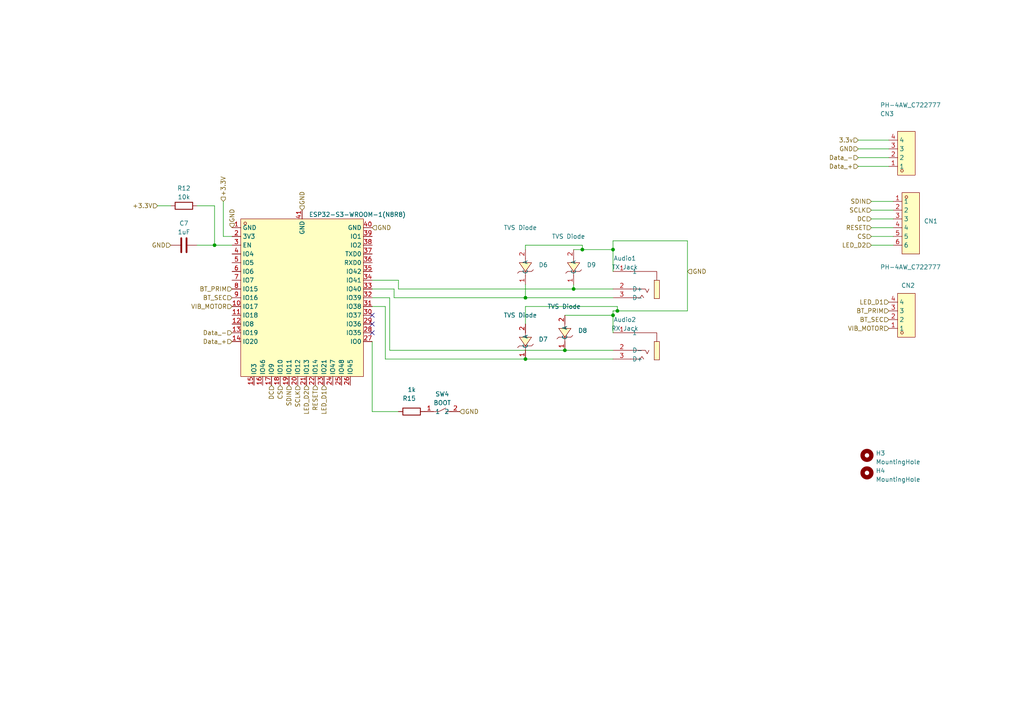
<source format=kicad_sch>
(kicad_sch
	(version 20231120)
	(generator "eeschema")
	(generator_version "8.0")
	(uuid "df0bc267-025e-4c4e-a09b-51ff87d0c1db")
	(paper "A4")
	(lib_symbols
		(symbol "Device:C"
			(pin_numbers hide)
			(pin_names
				(offset 0.254)
			)
			(exclude_from_sim no)
			(in_bom yes)
			(on_board yes)
			(property "Reference" "C"
				(at 0.635 2.54 0)
				(effects
					(font
						(size 1.27 1.27)
					)
					(justify left)
				)
			)
			(property "Value" "C"
				(at 0.635 -2.54 0)
				(effects
					(font
						(size 1.27 1.27)
					)
					(justify left)
				)
			)
			(property "Footprint" ""
				(at 0.9652 -3.81 0)
				(effects
					(font
						(size 1.27 1.27)
					)
					(hide yes)
				)
			)
			(property "Datasheet" "~"
				(at 0 0 0)
				(effects
					(font
						(size 1.27 1.27)
					)
					(hide yes)
				)
			)
			(property "Description" "Unpolarized capacitor"
				(at 0 0 0)
				(effects
					(font
						(size 1.27 1.27)
					)
					(hide yes)
				)
			)
			(property "ki_keywords" "cap capacitor"
				(at 0 0 0)
				(effects
					(font
						(size 1.27 1.27)
					)
					(hide yes)
				)
			)
			(property "ki_fp_filters" "C_*"
				(at 0 0 0)
				(effects
					(font
						(size 1.27 1.27)
					)
					(hide yes)
				)
			)
			(symbol "C_0_1"
				(polyline
					(pts
						(xy -2.032 -0.762) (xy 2.032 -0.762)
					)
					(stroke
						(width 0.508)
						(type default)
					)
					(fill
						(type none)
					)
				)
				(polyline
					(pts
						(xy -2.032 0.762) (xy 2.032 0.762)
					)
					(stroke
						(width 0.508)
						(type default)
					)
					(fill
						(type none)
					)
				)
			)
			(symbol "C_1_1"
				(pin passive line
					(at 0 3.81 270)
					(length 2.794)
					(name "~"
						(effects
							(font
								(size 1.27 1.27)
							)
						)
					)
					(number "1"
						(effects
							(font
								(size 1.27 1.27)
							)
						)
					)
				)
				(pin passive line
					(at 0 -3.81 90)
					(length 2.794)
					(name "~"
						(effects
							(font
								(size 1.27 1.27)
							)
						)
					)
					(number "2"
						(effects
							(font
								(size 1.27 1.27)
							)
						)
					)
				)
			)
		)
		(symbol "Device:R"
			(pin_numbers hide)
			(pin_names
				(offset 0)
			)
			(exclude_from_sim no)
			(in_bom yes)
			(on_board yes)
			(property "Reference" "R"
				(at 2.032 0 90)
				(effects
					(font
						(size 1.27 1.27)
					)
				)
			)
			(property "Value" "R"
				(at 0 0 90)
				(effects
					(font
						(size 1.27 1.27)
					)
				)
			)
			(property "Footprint" ""
				(at -1.778 0 90)
				(effects
					(font
						(size 1.27 1.27)
					)
					(hide yes)
				)
			)
			(property "Datasheet" "~"
				(at 0 0 0)
				(effects
					(font
						(size 1.27 1.27)
					)
					(hide yes)
				)
			)
			(property "Description" "Resistor"
				(at 0 0 0)
				(effects
					(font
						(size 1.27 1.27)
					)
					(hide yes)
				)
			)
			(property "ki_keywords" "R res resistor"
				(at 0 0 0)
				(effects
					(font
						(size 1.27 1.27)
					)
					(hide yes)
				)
			)
			(property "ki_fp_filters" "R_*"
				(at 0 0 0)
				(effects
					(font
						(size 1.27 1.27)
					)
					(hide yes)
				)
			)
			(symbol "R_0_1"
				(rectangle
					(start -1.016 -2.54)
					(end 1.016 2.54)
					(stroke
						(width 0.254)
						(type default)
					)
					(fill
						(type none)
					)
				)
			)
			(symbol "R_1_1"
				(pin passive line
					(at 0 3.81 270)
					(length 1.27)
					(name "~"
						(effects
							(font
								(size 1.27 1.27)
							)
						)
					)
					(number "1"
						(effects
							(font
								(size 1.27 1.27)
							)
						)
					)
				)
				(pin passive line
					(at 0 -3.81 90)
					(length 1.27)
					(name "~"
						(effects
							(font
								(size 1.27 1.27)
							)
						)
					)
					(number "2"
						(effects
							(font
								(size 1.27 1.27)
							)
						)
					)
				)
			)
		)
		(symbol "Mechanical:MountingHole"
			(pin_names
				(offset 1.016)
			)
			(exclude_from_sim no)
			(in_bom yes)
			(on_board yes)
			(property "Reference" "H"
				(at 0 5.08 0)
				(effects
					(font
						(size 1.27 1.27)
					)
				)
			)
			(property "Value" "MountingHole"
				(at 0 3.175 0)
				(effects
					(font
						(size 1.27 1.27)
					)
				)
			)
			(property "Footprint" ""
				(at 0 0 0)
				(effects
					(font
						(size 1.27 1.27)
					)
					(hide yes)
				)
			)
			(property "Datasheet" "~"
				(at 0 0 0)
				(effects
					(font
						(size 1.27 1.27)
					)
					(hide yes)
				)
			)
			(property "Description" "Mounting Hole without connection"
				(at 0 0 0)
				(effects
					(font
						(size 1.27 1.27)
					)
					(hide yes)
				)
			)
			(property "ki_keywords" "mounting hole"
				(at 0 0 0)
				(effects
					(font
						(size 1.27 1.27)
					)
					(hide yes)
				)
			)
			(property "ki_fp_filters" "MountingHole*"
				(at 0 0 0)
				(effects
					(font
						(size 1.27 1.27)
					)
					(hide yes)
				)
			)
			(symbol "MountingHole_0_1"
				(circle
					(center 0 0)
					(radius 1.27)
					(stroke
						(width 1.27)
						(type default)
					)
					(fill
						(type none)
					)
				)
			)
		)
		(symbol "PJ-320B_1"
			(exclude_from_sim no)
			(in_bom yes)
			(on_board yes)
			(property "Reference" "Audio1"
				(at 2.92 6.35 0)
				(effects
					(font
						(size 1.27 1.27)
					)
				)
			)
			(property "Value" "TX Jack"
				(at 2.92 3.81 0)
				(effects
					(font
						(size 1.27 1.27)
					)
				)
			)
			(property "Footprint" "global:AUDIO-SMD_PJ-320B"
				(at 0 -12.7 0)
				(effects
					(font
						(size 1.27 1.27)
					)
					(hide yes)
				)
			)
			(property "Datasheet" "https://lcsc.com/product-detail/Audio-Connectors_3-5mmCloth-headphone-jack_C18594.html"
				(at 0 -15.24 0)
				(effects
					(font
						(size 1.27 1.27)
					)
					(hide yes)
				)
			)
			(property "Description" ""
				(at 0 0 0)
				(effects
					(font
						(size 1.27 1.27)
					)
					(hide yes)
				)
			)
			(property "LCSC Part" "C18594"
				(at 0 -17.78 0)
				(effects
					(font
						(size 1.27 1.27)
					)
					(hide yes)
				)
			)
			(symbol "PJ-320B_1_0_1"
				(rectangle
					(start -7.11 0)
					(end -5.59 -5.33)
					(stroke
						(width 0)
						(type default)
					)
					(fill
						(type background)
					)
				)
				(polyline
					(pts
						(xy 1.27 2.54) (xy -6.35 2.54) (xy -6.35 0)
					)
					(stroke
						(width 0)
						(type default)
					)
					(fill
						(type none)
					)
				)
				(polyline
					(pts
						(xy 1.27 -5.08) (xy -1.52 -5.08) (xy -2.03 -4.32) (xy -2.54 -5.08)
					)
					(stroke
						(width 0)
						(type default)
					)
					(fill
						(type none)
					)
				)
				(polyline
					(pts
						(xy 1.27 -2.54) (xy -3.05 -2.54) (xy -3.56 -3.56) (xy -4.06 -2.54)
					)
					(stroke
						(width 0)
						(type default)
					)
					(fill
						(type none)
					)
				)
				(pin unspecified line
					(at 6.35 2.54 180)
					(length 5.08)
					(name "1"
						(effects
							(font
								(size 1.27 1.27)
							)
						)
					)
					(number "1"
						(effects
							(font
								(size 1.27 1.27)
							)
						)
					)
				)
			)
			(symbol "PJ-320B_1_1_1"
				(pin unspecified line
					(at 6.35 -2.54 180)
					(length 5.08)
					(name "D+"
						(effects
							(font
								(size 1.27 1.27)
							)
						)
					)
					(number "2"
						(effects
							(font
								(size 1.27 1.27)
							)
						)
					)
				)
				(pin unspecified line
					(at 6.35 -5.08 180)
					(length 5.08)
					(name "D-"
						(effects
							(font
								(size 1.27 1.27)
							)
						)
					)
					(number "3"
						(effects
							(font
								(size 1.27 1.27)
							)
						)
					)
				)
			)
		)
		(symbol "global:ESP32-S3-WROOM-1(N8R8)"
			(exclude_from_sim no)
			(in_bom yes)
			(on_board yes)
			(property "Reference" "U"
				(at 0 30.48 0)
				(effects
					(font
						(size 1.27 1.27)
					)
				)
			)
			(property "Value" "ESP32-S3-WROOM-1(N8R8)"
				(at 0 -30.48 0)
				(effects
					(font
						(size 1.27 1.27)
					)
				)
			)
			(property "Footprint" "global:WIRELM-SMD_ESP32-S3-WROOM-1"
				(at 0 -33.02 0)
				(effects
					(font
						(size 1.27 1.27)
					)
					(hide yes)
				)
			)
			(property "Datasheet" ""
				(at 0 0 0)
				(effects
					(font
						(size 1.27 1.27)
					)
					(hide yes)
				)
			)
			(property "Description" ""
				(at 0 0 0)
				(effects
					(font
						(size 1.27 1.27)
					)
					(hide yes)
				)
			)
			(property "LCSC Part" "C2913201"
				(at 0 -35.56 0)
				(effects
					(font
						(size 1.27 1.27)
					)
					(hide yes)
				)
			)
			(symbol "ESP32-S3-WROOM-1(N8R8)_0_1"
				(rectangle
					(start -17.78 22.86)
					(end 17.78 -22.86)
					(stroke
						(width 0)
						(type default)
					)
					(fill
						(type background)
					)
				)
				(circle
					(center -16.51 21.59)
					(radius 0.38)
					(stroke
						(width 0)
						(type default)
					)
					(fill
						(type none)
					)
				)
				(pin unspecified line
					(at -20.32 20.32 0)
					(length 2.54)
					(name "GND"
						(effects
							(font
								(size 1.27 1.27)
							)
						)
					)
					(number "1"
						(effects
							(font
								(size 1.27 1.27)
							)
						)
					)
				)
				(pin unspecified line
					(at -20.32 -2.54 0)
					(length 2.54)
					(name "IO17"
						(effects
							(font
								(size 1.27 1.27)
							)
						)
					)
					(number "10"
						(effects
							(font
								(size 1.27 1.27)
							)
						)
					)
				)
				(pin unspecified line
					(at -20.32 -5.08 0)
					(length 2.54)
					(name "IO18"
						(effects
							(font
								(size 1.27 1.27)
							)
						)
					)
					(number "11"
						(effects
							(font
								(size 1.27 1.27)
							)
						)
					)
				)
				(pin unspecified line
					(at -20.32 -7.62 0)
					(length 2.54)
					(name "IO8"
						(effects
							(font
								(size 1.27 1.27)
							)
						)
					)
					(number "12"
						(effects
							(font
								(size 1.27 1.27)
							)
						)
					)
				)
				(pin unspecified line
					(at -20.32 -10.16 0)
					(length 2.54)
					(name "IO19"
						(effects
							(font
								(size 1.27 1.27)
							)
						)
					)
					(number "13"
						(effects
							(font
								(size 1.27 1.27)
							)
						)
					)
				)
				(pin unspecified line
					(at -20.32 -12.7 0)
					(length 2.54)
					(name "IO20"
						(effects
							(font
								(size 1.27 1.27)
							)
						)
					)
					(number "14"
						(effects
							(font
								(size 1.27 1.27)
							)
						)
					)
				)
				(pin unspecified line
					(at -13.97 -25.4 90)
					(length 2.54)
					(name "IO3"
						(effects
							(font
								(size 1.27 1.27)
							)
						)
					)
					(number "15"
						(effects
							(font
								(size 1.27 1.27)
							)
						)
					)
				)
				(pin unspecified line
					(at -11.43 -25.4 90)
					(length 2.54)
					(name "IO46"
						(effects
							(font
								(size 1.27 1.27)
							)
						)
					)
					(number "16"
						(effects
							(font
								(size 1.27 1.27)
							)
						)
					)
				)
				(pin unspecified line
					(at -8.89 -25.4 90)
					(length 2.54)
					(name "IO9"
						(effects
							(font
								(size 1.27 1.27)
							)
						)
					)
					(number "17"
						(effects
							(font
								(size 1.27 1.27)
							)
						)
					)
				)
				(pin unspecified line
					(at -6.35 -25.4 90)
					(length 2.54)
					(name "IO10"
						(effects
							(font
								(size 1.27 1.27)
							)
						)
					)
					(number "18"
						(effects
							(font
								(size 1.27 1.27)
							)
						)
					)
				)
				(pin unspecified line
					(at -3.81 -25.4 90)
					(length 2.54)
					(name "IO11"
						(effects
							(font
								(size 1.27 1.27)
							)
						)
					)
					(number "19"
						(effects
							(font
								(size 1.27 1.27)
							)
						)
					)
				)
				(pin unspecified line
					(at -20.32 17.78 0)
					(length 2.54)
					(name "3V3"
						(effects
							(font
								(size 1.27 1.27)
							)
						)
					)
					(number "2"
						(effects
							(font
								(size 1.27 1.27)
							)
						)
					)
				)
				(pin unspecified line
					(at -1.27 -25.4 90)
					(length 2.54)
					(name "IO12"
						(effects
							(font
								(size 1.27 1.27)
							)
						)
					)
					(number "20"
						(effects
							(font
								(size 1.27 1.27)
							)
						)
					)
				)
				(pin unspecified line
					(at 1.27 -25.4 90)
					(length 2.54)
					(name "IO13"
						(effects
							(font
								(size 1.27 1.27)
							)
						)
					)
					(number "21"
						(effects
							(font
								(size 1.27 1.27)
							)
						)
					)
				)
				(pin unspecified line
					(at 3.81 -25.4 90)
					(length 2.54)
					(name "IO14"
						(effects
							(font
								(size 1.27 1.27)
							)
						)
					)
					(number "22"
						(effects
							(font
								(size 1.27 1.27)
							)
						)
					)
				)
				(pin unspecified line
					(at 6.35 -25.4 90)
					(length 2.54)
					(name "IO21"
						(effects
							(font
								(size 1.27 1.27)
							)
						)
					)
					(number "23"
						(effects
							(font
								(size 1.27 1.27)
							)
						)
					)
				)
				(pin unspecified line
					(at 8.89 -25.4 90)
					(length 2.54)
					(name "IO47"
						(effects
							(font
								(size 1.27 1.27)
							)
						)
					)
					(number "24"
						(effects
							(font
								(size 1.27 1.27)
							)
						)
					)
				)
				(pin unspecified line
					(at 11.43 -25.4 90)
					(length 2.54)
					(name "IO48"
						(effects
							(font
								(size 1.27 1.27)
							)
						)
					)
					(number "25"
						(effects
							(font
								(size 1.27 1.27)
							)
						)
					)
				)
				(pin unspecified line
					(at 13.97 -25.4 90)
					(length 2.54)
					(name "IO45"
						(effects
							(font
								(size 1.27 1.27)
							)
						)
					)
					(number "26"
						(effects
							(font
								(size 1.27 1.27)
							)
						)
					)
				)
				(pin unspecified line
					(at 20.32 -12.7 180)
					(length 2.54)
					(name "IO0"
						(effects
							(font
								(size 1.27 1.27)
							)
						)
					)
					(number "27"
						(effects
							(font
								(size 1.27 1.27)
							)
						)
					)
				)
				(pin unspecified line
					(at 20.32 -10.16 180)
					(length 2.54)
					(name "IO35"
						(effects
							(font
								(size 1.27 1.27)
							)
						)
					)
					(number "28"
						(effects
							(font
								(size 1.27 1.27)
							)
						)
					)
				)
				(pin unspecified line
					(at 20.32 -7.62 180)
					(length 2.54)
					(name "IO36"
						(effects
							(font
								(size 1.27 1.27)
							)
						)
					)
					(number "29"
						(effects
							(font
								(size 1.27 1.27)
							)
						)
					)
				)
				(pin unspecified line
					(at -20.32 15.24 0)
					(length 2.54)
					(name "EN"
						(effects
							(font
								(size 1.27 1.27)
							)
						)
					)
					(number "3"
						(effects
							(font
								(size 1.27 1.27)
							)
						)
					)
				)
				(pin unspecified line
					(at 20.32 -5.08 180)
					(length 2.54)
					(name "IO37"
						(effects
							(font
								(size 1.27 1.27)
							)
						)
					)
					(number "30"
						(effects
							(font
								(size 1.27 1.27)
							)
						)
					)
				)
				(pin unspecified line
					(at 20.32 -2.54 180)
					(length 2.54)
					(name "IO38"
						(effects
							(font
								(size 1.27 1.27)
							)
						)
					)
					(number "31"
						(effects
							(font
								(size 1.27 1.27)
							)
						)
					)
				)
				(pin unspecified line
					(at 20.32 0 180)
					(length 2.54)
					(name "IO39"
						(effects
							(font
								(size 1.27 1.27)
							)
						)
					)
					(number "32"
						(effects
							(font
								(size 1.27 1.27)
							)
						)
					)
				)
				(pin unspecified line
					(at 20.32 2.54 180)
					(length 2.54)
					(name "IO40"
						(effects
							(font
								(size 1.27 1.27)
							)
						)
					)
					(number "33"
						(effects
							(font
								(size 1.27 1.27)
							)
						)
					)
				)
				(pin unspecified line
					(at 20.32 5.08 180)
					(length 2.54)
					(name "IO41"
						(effects
							(font
								(size 1.27 1.27)
							)
						)
					)
					(number "34"
						(effects
							(font
								(size 1.27 1.27)
							)
						)
					)
				)
				(pin unspecified line
					(at 20.32 7.62 180)
					(length 2.54)
					(name "IO42"
						(effects
							(font
								(size 1.27 1.27)
							)
						)
					)
					(number "35"
						(effects
							(font
								(size 1.27 1.27)
							)
						)
					)
				)
				(pin unspecified line
					(at 20.32 10.16 180)
					(length 2.54)
					(name "RXD0"
						(effects
							(font
								(size 1.27 1.27)
							)
						)
					)
					(number "36"
						(effects
							(font
								(size 1.27 1.27)
							)
						)
					)
				)
				(pin unspecified line
					(at 20.32 12.7 180)
					(length 2.54)
					(name "TXD0"
						(effects
							(font
								(size 1.27 1.27)
							)
						)
					)
					(number "37"
						(effects
							(font
								(size 1.27 1.27)
							)
						)
					)
				)
				(pin unspecified line
					(at 20.32 15.24 180)
					(length 2.54)
					(name "IO2"
						(effects
							(font
								(size 1.27 1.27)
							)
						)
					)
					(number "38"
						(effects
							(font
								(size 1.27 1.27)
							)
						)
					)
				)
				(pin unspecified line
					(at 20.32 17.78 180)
					(length 2.54)
					(name "IO1"
						(effects
							(font
								(size 1.27 1.27)
							)
						)
					)
					(number "39"
						(effects
							(font
								(size 1.27 1.27)
							)
						)
					)
				)
				(pin unspecified line
					(at -20.32 12.7 0)
					(length 2.54)
					(name "IO4"
						(effects
							(font
								(size 1.27 1.27)
							)
						)
					)
					(number "4"
						(effects
							(font
								(size 1.27 1.27)
							)
						)
					)
				)
				(pin unspecified line
					(at 20.32 20.32 180)
					(length 2.54)
					(name "GND"
						(effects
							(font
								(size 1.27 1.27)
							)
						)
					)
					(number "40"
						(effects
							(font
								(size 1.27 1.27)
							)
						)
					)
				)
				(pin unspecified line
					(at 0 25.4 270)
					(length 2.54)
					(name "GND"
						(effects
							(font
								(size 1.27 1.27)
							)
						)
					)
					(number "41"
						(effects
							(font
								(size 1.27 1.27)
							)
						)
					)
				)
				(pin unspecified line
					(at -20.32 10.16 0)
					(length 2.54)
					(name "IO5"
						(effects
							(font
								(size 1.27 1.27)
							)
						)
					)
					(number "5"
						(effects
							(font
								(size 1.27 1.27)
							)
						)
					)
				)
				(pin unspecified line
					(at -20.32 7.62 0)
					(length 2.54)
					(name "IO6"
						(effects
							(font
								(size 1.27 1.27)
							)
						)
					)
					(number "6"
						(effects
							(font
								(size 1.27 1.27)
							)
						)
					)
				)
				(pin unspecified line
					(at -20.32 5.08 0)
					(length 2.54)
					(name "IO7"
						(effects
							(font
								(size 1.27 1.27)
							)
						)
					)
					(number "7"
						(effects
							(font
								(size 1.27 1.27)
							)
						)
					)
				)
				(pin unspecified line
					(at -20.32 2.54 0)
					(length 2.54)
					(name "IO15"
						(effects
							(font
								(size 1.27 1.27)
							)
						)
					)
					(number "8"
						(effects
							(font
								(size 1.27 1.27)
							)
						)
					)
				)
				(pin unspecified line
					(at -20.32 0 0)
					(length 2.54)
					(name "IO16"
						(effects
							(font
								(size 1.27 1.27)
							)
						)
					)
					(number "9"
						(effects
							(font
								(size 1.27 1.27)
							)
						)
					)
				)
			)
		)
		(symbol "global:PH-4AW_C722777"
			(exclude_from_sim no)
			(in_bom yes)
			(on_board yes)
			(property "Reference" "CN"
				(at 0 8.89 0)
				(effects
					(font
						(size 1.27 1.27)
					)
				)
			)
			(property "Value" "PH-4AW_C722777"
				(at 0 -8.89 0)
				(effects
					(font
						(size 1.27 1.27)
					)
				)
			)
			(property "Footprint" "global:CONN-TH_PH-4AW_C722777"
				(at 0 -11.43 0)
				(effects
					(font
						(size 1.27 1.27)
					)
					(hide yes)
				)
			)
			(property "Datasheet" "https://lcsc.com/product-detail/Wire-To-Board-Wire-To-Wire-Connector_CAX-PH-4AW_C722777.html"
				(at 0 -13.97 0)
				(effects
					(font
						(size 1.27 1.27)
					)
					(hide yes)
				)
			)
			(property "Description" ""
				(at 0 0 0)
				(effects
					(font
						(size 1.27 1.27)
					)
					(hide yes)
				)
			)
			(property "LCSC Part" "C722777"
				(at 0 -16.51 0)
				(effects
					(font
						(size 1.27 1.27)
					)
					(hide yes)
				)
			)
			(symbol "PH-4AW_C722777_0_1"
				(rectangle
					(start -2.54 6.35)
					(end 2.54 -6.35)
					(stroke
						(width 0)
						(type default)
					)
					(fill
						(type background)
					)
				)
				(circle
					(center -1.27 5.08)
					(radius 0.38)
					(stroke
						(width 0)
						(type default)
					)
					(fill
						(type none)
					)
				)
				(pin unspecified line
					(at -5.08 3.81 0)
					(length 2.54)
					(name "1"
						(effects
							(font
								(size 1.27 1.27)
							)
						)
					)
					(number "1"
						(effects
							(font
								(size 1.27 1.27)
							)
						)
					)
				)
				(pin unspecified line
					(at -5.08 1.27 0)
					(length 2.54)
					(name "2"
						(effects
							(font
								(size 1.27 1.27)
							)
						)
					)
					(number "2"
						(effects
							(font
								(size 1.27 1.27)
							)
						)
					)
				)
				(pin unspecified line
					(at -5.08 -1.27 0)
					(length 2.54)
					(name "3"
						(effects
							(font
								(size 1.27 1.27)
							)
						)
					)
					(number "3"
						(effects
							(font
								(size 1.27 1.27)
							)
						)
					)
				)
				(pin unspecified line
					(at -5.08 -3.81 0)
					(length 2.54)
					(name "4"
						(effects
							(font
								(size 1.27 1.27)
							)
						)
					)
					(number "4"
						(effects
							(font
								(size 1.27 1.27)
							)
						)
					)
				)
			)
		)
		(symbol "global:PH-6AW_C722785"
			(exclude_from_sim no)
			(in_bom yes)
			(on_board yes)
			(property "Reference" "CN"
				(at 0 11.43 0)
				(effects
					(font
						(size 1.27 1.27)
					)
				)
			)
			(property "Value" "PH-6AW_C722785"
				(at 0 -11.43 0)
				(effects
					(font
						(size 1.27 1.27)
					)
				)
			)
			(property "Footprint" "global:CONN-TH_PH-6AW"
				(at 0 -13.97 0)
				(effects
					(font
						(size 1.27 1.27)
					)
					(hide yes)
				)
			)
			(property "Datasheet" "https://lcsc.com/product-detail/Wire-To-Board-Wire-To-Wire-Connector_CAX-PH-6AW_C722785.html"
				(at 0 -16.51 0)
				(effects
					(font
						(size 1.27 1.27)
					)
					(hide yes)
				)
			)
			(property "Description" ""
				(at 0 0 0)
				(effects
					(font
						(size 1.27 1.27)
					)
					(hide yes)
				)
			)
			(property "LCSC Part" "C722785"
				(at 0 -19.05 0)
				(effects
					(font
						(size 1.27 1.27)
					)
					(hide yes)
				)
			)
			(symbol "PH-6AW_C722785_0_1"
				(rectangle
					(start -2.54 8.89)
					(end 2.54 -8.89)
					(stroke
						(width 0)
						(type default)
					)
					(fill
						(type background)
					)
				)
				(circle
					(center -1.27 7.62)
					(radius 0.38)
					(stroke
						(width 0)
						(type default)
					)
					(fill
						(type none)
					)
				)
				(pin unspecified line
					(at -5.08 6.35 0)
					(length 2.54)
					(name "1"
						(effects
							(font
								(size 1.27 1.27)
							)
						)
					)
					(number "1"
						(effects
							(font
								(size 1.27 1.27)
							)
						)
					)
				)
				(pin unspecified line
					(at -5.08 3.81 0)
					(length 2.54)
					(name "2"
						(effects
							(font
								(size 1.27 1.27)
							)
						)
					)
					(number "2"
						(effects
							(font
								(size 1.27 1.27)
							)
						)
					)
				)
				(pin unspecified line
					(at -5.08 1.27 0)
					(length 2.54)
					(name "3"
						(effects
							(font
								(size 1.27 1.27)
							)
						)
					)
					(number "3"
						(effects
							(font
								(size 1.27 1.27)
							)
						)
					)
				)
				(pin unspecified line
					(at -5.08 -1.27 0)
					(length 2.54)
					(name "4"
						(effects
							(font
								(size 1.27 1.27)
							)
						)
					)
					(number "4"
						(effects
							(font
								(size 1.27 1.27)
							)
						)
					)
				)
				(pin unspecified line
					(at -5.08 -3.81 0)
					(length 2.54)
					(name "5"
						(effects
							(font
								(size 1.27 1.27)
							)
						)
					)
					(number "5"
						(effects
							(font
								(size 1.27 1.27)
							)
						)
					)
				)
				(pin unspecified line
					(at -5.08 -6.35 0)
					(length 2.54)
					(name "6"
						(effects
							(font
								(size 1.27 1.27)
							)
						)
					)
					(number "6"
						(effects
							(font
								(size 1.27 1.27)
							)
						)
					)
				)
			)
		)
		(symbol "global:PJ-320B"
			(exclude_from_sim no)
			(in_bom yes)
			(on_board yes)
			(property "Reference" "Audio2"
				(at 2.92 6.35 0)
				(effects
					(font
						(size 1.27 1.27)
					)
				)
			)
			(property "Value" "RX Jack"
				(at 2.92 3.81 0)
				(effects
					(font
						(size 1.27 1.27)
					)
				)
			)
			(property "Footprint" "global:AUDIO-SMD_PJ-320B"
				(at 0 -12.7 0)
				(effects
					(font
						(size 1.27 1.27)
					)
					(hide yes)
				)
			)
			(property "Datasheet" "https://lcsc.com/product-detail/Audio-Connectors_3-5mmCloth-headphone-jack_C18594.html"
				(at 0 -15.24 0)
				(effects
					(font
						(size 1.27 1.27)
					)
					(hide yes)
				)
			)
			(property "Description" ""
				(at 0 0 0)
				(effects
					(font
						(size 1.27 1.27)
					)
					(hide yes)
				)
			)
			(property "LCSC Part" "C18594"
				(at 0 -17.78 0)
				(effects
					(font
						(size 1.27 1.27)
					)
					(hide yes)
				)
			)
			(symbol "PJ-320B_0_1"
				(rectangle
					(start -7.11 0)
					(end -5.59 -5.33)
					(stroke
						(width 0)
						(type default)
					)
					(fill
						(type background)
					)
				)
				(polyline
					(pts
						(xy 1.27 2.54) (xy -6.35 2.54) (xy -6.35 0)
					)
					(stroke
						(width 0)
						(type default)
					)
					(fill
						(type none)
					)
				)
				(polyline
					(pts
						(xy 1.27 -5.08) (xy -1.52 -5.08) (xy -2.03 -4.32) (xy -2.54 -5.08)
					)
					(stroke
						(width 0)
						(type default)
					)
					(fill
						(type none)
					)
				)
				(polyline
					(pts
						(xy 1.27 -2.54) (xy -3.05 -2.54) (xy -3.56 -3.56) (xy -4.06 -2.54)
					)
					(stroke
						(width 0)
						(type default)
					)
					(fill
						(type none)
					)
				)
				(pin unspecified line
					(at 6.35 2.54 180)
					(length 5.08)
					(name "1"
						(effects
							(font
								(size 1.27 1.27)
							)
						)
					)
					(number "1"
						(effects
							(font
								(size 1.27 1.27)
							)
						)
					)
				)
			)
			(symbol "PJ-320B_1_1"
				(pin unspecified line
					(at 6.35 -2.54 180)
					(length 5.08)
					(name "D-"
						(effects
							(font
								(size 1.27 1.27)
							)
						)
					)
					(number "2"
						(effects
							(font
								(size 1.27 1.27)
							)
						)
					)
				)
				(pin unspecified line
					(at 6.35 -5.08 180)
					(length 5.08)
					(name "D+"
						(effects
							(font
								(size 1.27 1.27)
							)
						)
					)
					(number "3"
						(effects
							(font
								(size 1.27 1.27)
							)
						)
					)
				)
			)
		)
		(symbol "global:SD03_C502526"
			(exclude_from_sim no)
			(in_bom yes)
			(on_board yes)
			(property "Reference" "D"
				(at 0 5.08 0)
				(effects
					(font
						(size 1.27 1.27)
					)
				)
			)
			(property "Value" "SD03_C502526"
				(at 0 -5.08 0)
				(effects
					(font
						(size 1.27 1.27)
					)
				)
			)
			(property "Footprint" "global:SOD-323_L1.8-W1.3-LS2.5-RD"
				(at 0 -7.62 0)
				(effects
					(font
						(size 1.27 1.27)
					)
					(hide yes)
				)
			)
			(property "Datasheet" "https://lcsc.com/product-detail/TVS_MDD-Microdiode-Electronics-SD03_C502526.html"
				(at 0 -10.16 0)
				(effects
					(font
						(size 1.27 1.27)
					)
					(hide yes)
				)
			)
			(property "Description" ""
				(at 0 0 0)
				(effects
					(font
						(size 1.27 1.27)
					)
					(hide yes)
				)
			)
			(property "LCSC Part" "C502526"
				(at 0 -12.7 0)
				(effects
					(font
						(size 1.27 1.27)
					)
					(hide yes)
				)
			)
			(symbol "SD03_C502526_0_1"
				(polyline
					(pts
						(xy -1.27 0) (xy -2.54 0)
					)
					(stroke
						(width 0)
						(type default)
					)
					(fill
						(type none)
					)
				)
				(polyline
					(pts
						(xy 2.54 0) (xy 1.27 0)
					)
					(stroke
						(width 0)
						(type default)
					)
					(fill
						(type none)
					)
				)
				(polyline
					(pts
						(xy 1.27 1.78) (xy -1.27 0) (xy 1.27 -1.78) (xy 1.27 1.78)
					)
					(stroke
						(width 0)
						(type default)
					)
					(fill
						(type background)
					)
				)
				(polyline
					(pts
						(xy -1.78 2.29) (xy -1.78 2.29) (xy -1.27 1.78) (xy -1.27 -1.78) (xy -0.76 -2.29) (xy -0.76 -2.29)
					)
					(stroke
						(width 0)
						(type default)
					)
					(fill
						(type none)
					)
				)
				(pin unspecified line
					(at -5.08 0 0)
					(length 2.54)
					(name "C"
						(effects
							(font
								(size 1.27 1.27)
							)
						)
					)
					(number "1"
						(effects
							(font
								(size 1.27 1.27)
							)
						)
					)
				)
				(pin unspecified line
					(at 5.08 0 180)
					(length 2.54)
					(name "A"
						(effects
							(font
								(size 1.27 1.27)
							)
						)
					)
					(number "2"
						(effects
							(font
								(size 1.27 1.27)
							)
						)
					)
				)
			)
		)
		(symbol "global:TSB013A5026B"
			(exclude_from_sim no)
			(in_bom yes)
			(on_board yes)
			(property "Reference" "SW"
				(at 0 5.08 0)
				(effects
					(font
						(size 1.27 1.27)
					)
				)
			)
			(property "Value" "TSB013A5026B"
				(at 0 -5.08 0)
				(effects
					(font
						(size 1.27 1.27)
					)
				)
			)
			(property "Footprint" "global:KEY-SMD_L6.0-W3.5-LS8.0"
				(at 0 -7.62 0)
				(effects
					(font
						(size 1.27 1.27)
					)
					(hide yes)
				)
			)
			(property "Datasheet" ""
				(at 0 0 0)
				(effects
					(font
						(size 1.27 1.27)
					)
					(hide yes)
				)
			)
			(property "Description" ""
				(at 0 0 0)
				(effects
					(font
						(size 1.27 1.27)
					)
					(hide yes)
				)
			)
			(property "LCSC Part" "C2888463"
				(at 0 -10.16 0)
				(effects
					(font
						(size 1.27 1.27)
					)
					(hide yes)
				)
			)
			(symbol "TSB013A5026B_0_1"
				(polyline
					(pts
						(xy 2.03 0) (xy 2.54 0)
					)
					(stroke
						(width 0)
						(type default)
					)
					(fill
						(type none)
					)
				)
				(polyline
					(pts
						(xy 2.54 0) (xy 1.02 0)
					)
					(stroke
						(width 0)
						(type default)
					)
					(fill
						(type none)
					)
				)
				(polyline
					(pts
						(xy -2.54 0) (xy -1.02 0) (xy 1.02 1.02)
					)
					(stroke
						(width 0)
						(type default)
					)
					(fill
						(type none)
					)
				)
				(pin unspecified line
					(at -5.08 0 0)
					(length 2.54)
					(name "1"
						(effects
							(font
								(size 1.27 1.27)
							)
						)
					)
					(number "1"
						(effects
							(font
								(size 1.27 1.27)
							)
						)
					)
				)
				(pin unspecified line
					(at 5.08 0 180)
					(length 2.54)
					(name "2"
						(effects
							(font
								(size 1.27 1.27)
							)
						)
					)
					(number "2"
						(effects
							(font
								(size 1.27 1.27)
							)
						)
					)
				)
			)
		)
	)
	(junction
		(at 62.23 71.12)
		(diameter 0)
		(color 0 0 0 0)
		(uuid "0b44a295-69cb-43d6-ae43-36834e1d6729")
	)
	(junction
		(at 177.8 72.39)
		(diameter 0)
		(color 0 0 0 0)
		(uuid "254bce59-c00b-4f7b-a3be-7479929227e4")
	)
	(junction
		(at 166.37 83.82)
		(diameter 0)
		(color 0 0 0 0)
		(uuid "3294a346-4da5-45d1-997d-1471d55a45b1")
	)
	(junction
		(at 179.07 90.17)
		(diameter 0)
		(color 0 0 0 0)
		(uuid "4e1f066c-469b-4811-812f-f05f3bc77bec")
	)
	(junction
		(at 163.83 101.6)
		(diameter 0)
		(color 0 0 0 0)
		(uuid "a26a53b8-ea3e-4f56-8042-0cc0b6a919d5")
	)
	(junction
		(at 152.4 104.14)
		(diameter 0)
		(color 0 0 0 0)
		(uuid "aa5d8efe-1ec0-447d-994a-8bd1a538532a")
	)
	(junction
		(at 168.91 72.39)
		(diameter 0)
		(color 0 0 0 0)
		(uuid "c696f5ba-5eed-48cc-925f-c8487ed352cd")
	)
	(junction
		(at 177.8 91.44)
		(diameter 0)
		(color 0 0 0 0)
		(uuid "d8288a3a-bb36-4e36-a391-61171fe477e9")
	)
	(junction
		(at 152.4 86.36)
		(diameter 0)
		(color 0 0 0 0)
		(uuid "f7619c22-83ff-4ddb-a787-db5d0757121f")
	)
	(no_connect
		(at 107.95 93.98)
		(uuid "5f32324b-4192-4038-9887-c37e75311a5c")
	)
	(no_connect
		(at 107.95 96.52)
		(uuid "9c5f7280-b639-4dfb-a9ed-0d09bf982ca8")
	)
	(no_connect
		(at 107.95 91.44)
		(uuid "d124e307-d2bf-4bdd-b45a-e42f778695d8")
	)
	(wire
		(pts
			(xy 177.8 86.36) (xy 152.4 86.36)
		)
		(stroke
			(width 0)
			(type default)
		)
		(uuid "0446f595-0198-47f7-aa57-3f8596686a7c")
	)
	(wire
		(pts
			(xy 163.83 91.44) (xy 177.8 91.44)
		)
		(stroke
			(width 0)
			(type default)
		)
		(uuid "08cbd9eb-46f6-4ad9-a98e-ee2e1f672f48")
	)
	(wire
		(pts
			(xy 252.73 60.96) (xy 259.08 60.96)
		)
		(stroke
			(width 0)
			(type default)
		)
		(uuid "0f59e84c-bb0c-408f-b7c9-63b3197edcee")
	)
	(wire
		(pts
			(xy 115.57 83.82) (xy 115.57 81.28)
		)
		(stroke
			(width 0)
			(type default)
		)
		(uuid "106d8ab8-2d09-485f-b603-be718691e995")
	)
	(wire
		(pts
			(xy 257.81 48.26) (xy 248.92 48.26)
		)
		(stroke
			(width 0)
			(type default)
		)
		(uuid "14d84792-4402-4342-b4ec-60d73a7c7447")
	)
	(wire
		(pts
			(xy 152.4 71.12) (xy 168.91 71.12)
		)
		(stroke
			(width 0)
			(type default)
		)
		(uuid "189b6d6b-4483-4eb5-80ac-a67a1535dbb3")
	)
	(wire
		(pts
			(xy 152.4 72.39) (xy 152.4 71.12)
		)
		(stroke
			(width 0)
			(type default)
		)
		(uuid "1a0eaf8c-8a57-469a-afcc-8ebf962b4173")
	)
	(wire
		(pts
			(xy 113.03 86.36) (xy 113.03 101.6)
		)
		(stroke
			(width 0)
			(type default)
		)
		(uuid "205e5064-8e1d-45a6-9c78-1d5b4f465548")
	)
	(wire
		(pts
			(xy 166.37 72.39) (xy 168.91 72.39)
		)
		(stroke
			(width 0)
			(type default)
		)
		(uuid "258c2ec3-4ff1-4e7b-aecd-aeba73204e2c")
	)
	(wire
		(pts
			(xy 163.83 101.6) (xy 177.8 101.6)
		)
		(stroke
			(width 0)
			(type default)
		)
		(uuid "2605a4ca-ce9e-4595-b482-b708de1a1770")
	)
	(wire
		(pts
			(xy 107.95 99.06) (xy 107.95 119.38)
		)
		(stroke
			(width 0)
			(type default)
		)
		(uuid "2e04140a-53d2-42f2-be17-873064884593")
	)
	(wire
		(pts
			(xy 107.95 119.38) (xy 115.57 119.38)
		)
		(stroke
			(width 0)
			(type default)
		)
		(uuid "2ea8466a-0e24-4e83-8b37-966b0c5efeaf")
	)
	(wire
		(pts
			(xy 177.8 96.52) (xy 177.8 91.44)
		)
		(stroke
			(width 0)
			(type default)
		)
		(uuid "2ef1f9da-137f-4377-82cb-04c7e96c76cf")
	)
	(wire
		(pts
			(xy 111.76 104.14) (xy 111.76 88.9)
		)
		(stroke
			(width 0)
			(type default)
		)
		(uuid "3237d090-d05c-41d7-b620-473ee6f010dc")
	)
	(wire
		(pts
			(xy 107.95 88.9) (xy 111.76 88.9)
		)
		(stroke
			(width 0)
			(type default)
		)
		(uuid "39dff8bb-acba-4d05-92fd-db78d4f0be36")
	)
	(wire
		(pts
			(xy 62.23 71.12) (xy 57.15 71.12)
		)
		(stroke
			(width 0)
			(type default)
		)
		(uuid "46271746-4f83-4def-b867-18519c4ebd72")
	)
	(wire
		(pts
			(xy 179.07 90.17) (xy 199.39 90.17)
		)
		(stroke
			(width 0)
			(type default)
		)
		(uuid "4cf8fcb4-527a-4b33-8105-a603b00adacd")
	)
	(wire
		(pts
			(xy 152.4 104.14) (xy 177.8 104.14)
		)
		(stroke
			(width 0)
			(type default)
		)
		(uuid "4d00dae9-af45-4336-b8bc-a9b71359c842")
	)
	(wire
		(pts
			(xy 199.39 90.17) (xy 199.39 69.85)
		)
		(stroke
			(width 0)
			(type default)
		)
		(uuid "5a2dca83-ed1d-4144-a465-1f8144b33756")
	)
	(wire
		(pts
			(xy 252.73 58.42) (xy 259.08 58.42)
		)
		(stroke
			(width 0)
			(type default)
		)
		(uuid "66de2b3e-9079-4001-a3e6-9759632a4fb1")
	)
	(wire
		(pts
			(xy 114.3 86.36) (xy 114.3 83.82)
		)
		(stroke
			(width 0)
			(type default)
		)
		(uuid "6b23a449-ee51-417f-9b4a-54bcacad63e1")
	)
	(wire
		(pts
			(xy 168.91 72.39) (xy 177.8 72.39)
		)
		(stroke
			(width 0)
			(type default)
		)
		(uuid "71bd5367-2b12-4549-b3ab-5c09d465e068")
	)
	(wire
		(pts
			(xy 152.4 104.14) (xy 111.76 104.14)
		)
		(stroke
			(width 0)
			(type default)
		)
		(uuid "728c7444-d72e-4529-980f-72332f062fbd")
	)
	(wire
		(pts
			(xy 152.4 86.36) (xy 114.3 86.36)
		)
		(stroke
			(width 0)
			(type default)
		)
		(uuid "76d41cb0-820d-4083-a3c8-f01356c5492a")
	)
	(wire
		(pts
			(xy 45.72 59.69) (xy 49.53 59.69)
		)
		(stroke
			(width 0)
			(type default)
		)
		(uuid "781940bb-981f-4e18-b0d9-140302443749")
	)
	(wire
		(pts
			(xy 163.83 101.6) (xy 113.03 101.6)
		)
		(stroke
			(width 0)
			(type default)
		)
		(uuid "787b54ba-d4d0-4fd9-8cb2-3ef26811d8d7")
	)
	(wire
		(pts
			(xy 257.81 40.64) (xy 248.92 40.64)
		)
		(stroke
			(width 0)
			(type default)
		)
		(uuid "8627dfcd-80cf-4672-aed8-e6b8b1ef964e")
	)
	(wire
		(pts
			(xy 179.07 88.9) (xy 179.07 90.17)
		)
		(stroke
			(width 0)
			(type default)
		)
		(uuid "90837ee4-52c4-4cca-ad7a-37e37ce88221")
	)
	(wire
		(pts
			(xy 177.8 90.17) (xy 179.07 90.17)
		)
		(stroke
			(width 0)
			(type default)
		)
		(uuid "940a5180-151e-4675-98f9-20a91f214bee")
	)
	(wire
		(pts
			(xy 107.95 83.82) (xy 114.3 83.82)
		)
		(stroke
			(width 0)
			(type default)
		)
		(uuid "9abf2698-1376-4a56-baa9-6cce2ca84995")
	)
	(wire
		(pts
			(xy 67.31 71.12) (xy 62.23 71.12)
		)
		(stroke
			(width 0)
			(type default)
		)
		(uuid "9b2e3a0f-b78a-408f-9f89-a2836f1564e3")
	)
	(wire
		(pts
			(xy 252.73 66.04) (xy 259.08 66.04)
		)
		(stroke
			(width 0)
			(type default)
		)
		(uuid "9b3bc6ea-4322-4ce6-8bf3-62f769cece3a")
	)
	(wire
		(pts
			(xy 64.77 58.42) (xy 64.77 68.58)
		)
		(stroke
			(width 0)
			(type default)
		)
		(uuid "a2fbf45c-8206-4e99-8089-4df7173629d7")
	)
	(wire
		(pts
			(xy 177.8 83.82) (xy 166.37 83.82)
		)
		(stroke
			(width 0)
			(type default)
		)
		(uuid "ae45718a-810b-482e-bc3e-5b03a4246ccb")
	)
	(wire
		(pts
			(xy 166.37 83.82) (xy 166.37 82.55)
		)
		(stroke
			(width 0)
			(type default)
		)
		(uuid "b0d1093a-78fa-45fb-9a93-1374e156ee18")
	)
	(wire
		(pts
			(xy 177.8 91.44) (xy 177.8 90.17)
		)
		(stroke
			(width 0)
			(type default)
		)
		(uuid "b11cf239-88c6-441f-b243-663055e6d116")
	)
	(wire
		(pts
			(xy 107.95 81.28) (xy 115.57 81.28)
		)
		(stroke
			(width 0)
			(type default)
		)
		(uuid "b43b881d-cf26-4145-9b62-d4e78cc0cb70")
	)
	(wire
		(pts
			(xy 257.81 43.18) (xy 248.92 43.18)
		)
		(stroke
			(width 0)
			(type default)
		)
		(uuid "b8afd110-d4a4-4b9c-a53f-9c16c16a1fa0")
	)
	(wire
		(pts
			(xy 168.91 71.12) (xy 168.91 72.39)
		)
		(stroke
			(width 0)
			(type default)
		)
		(uuid "cbb81da0-a291-45e1-98dc-d9ffc9665d6a")
	)
	(wire
		(pts
			(xy 166.37 83.82) (xy 115.57 83.82)
		)
		(stroke
			(width 0)
			(type default)
		)
		(uuid "cc6f7cae-3699-4265-bc09-df105bda75e2")
	)
	(wire
		(pts
			(xy 257.81 45.72) (xy 248.92 45.72)
		)
		(stroke
			(width 0)
			(type default)
		)
		(uuid "cd3eaa76-7e7d-4043-9c43-86f97711c3c1")
	)
	(wire
		(pts
			(xy 199.39 69.85) (xy 177.8 69.85)
		)
		(stroke
			(width 0)
			(type default)
		)
		(uuid "d0742179-50d2-4063-87a4-2fd0bbc6b485")
	)
	(wire
		(pts
			(xy 152.4 86.36) (xy 152.4 82.55)
		)
		(stroke
			(width 0)
			(type default)
		)
		(uuid "d329e7e9-fd93-4d0e-b21d-3c8683525b6b")
	)
	(wire
		(pts
			(xy 64.77 68.58) (xy 67.31 68.58)
		)
		(stroke
			(width 0)
			(type default)
		)
		(uuid "d3b86a16-7672-4f8e-abeb-4e59492a3f4b")
	)
	(wire
		(pts
			(xy 177.8 72.39) (xy 177.8 78.74)
		)
		(stroke
			(width 0)
			(type default)
		)
		(uuid "d94d73a1-b7e4-4e02-b2fb-bdeae891dea0")
	)
	(wire
		(pts
			(xy 177.8 69.85) (xy 177.8 72.39)
		)
		(stroke
			(width 0)
			(type default)
		)
		(uuid "df2e1684-0b9d-4ede-be16-c2d88f0a133e")
	)
	(wire
		(pts
			(xy 62.23 59.69) (xy 57.15 59.69)
		)
		(stroke
			(width 0)
			(type default)
		)
		(uuid "e73b4010-2c65-4729-80d8-7a074ac186ad")
	)
	(wire
		(pts
			(xy 252.73 63.5) (xy 259.08 63.5)
		)
		(stroke
			(width 0)
			(type default)
		)
		(uuid "e7d0dd59-a12b-4d8e-855b-232378dfa7a4")
	)
	(wire
		(pts
			(xy 152.4 88.9) (xy 179.07 88.9)
		)
		(stroke
			(width 0)
			(type default)
		)
		(uuid "ec38053c-e0c0-4dab-9b13-39c6134d29ad")
	)
	(wire
		(pts
			(xy 252.73 68.58) (xy 259.08 68.58)
		)
		(stroke
			(width 0)
			(type default)
		)
		(uuid "ecb29055-8763-4372-bc39-9c9bb90e3d73")
	)
	(wire
		(pts
			(xy 252.73 71.12) (xy 259.08 71.12)
		)
		(stroke
			(width 0)
			(type default)
		)
		(uuid "edb5d4b3-911d-44f8-ba5f-1037cff30e5d")
	)
	(wire
		(pts
			(xy 152.4 93.98) (xy 152.4 88.9)
		)
		(stroke
			(width 0)
			(type default)
		)
		(uuid "f1c1d33a-8b58-472d-b0ad-60ad097759e2")
	)
	(wire
		(pts
			(xy 62.23 71.12) (xy 62.23 59.69)
		)
		(stroke
			(width 0)
			(type default)
		)
		(uuid "f84f4e53-edd4-464e-a5ae-3b325f9c5017")
	)
	(wire
		(pts
			(xy 113.03 86.36) (xy 107.95 86.36)
		)
		(stroke
			(width 0)
			(type default)
		)
		(uuid "fef89170-d46d-4c04-b113-a7a3391f818c")
	)
	(hierarchical_label "GND"
		(shape input)
		(at 67.31 66.04 90)
		(fields_autoplaced yes)
		(effects
			(font
				(size 1.27 1.27)
			)
			(justify left)
		)
		(uuid "170d4097-f124-421a-8bc2-fc4d6741a13c")
	)
	(hierarchical_label "BT_PRIM"
		(shape input)
		(at 67.31 83.82 180)
		(fields_autoplaced yes)
		(effects
			(font
				(size 1.27 1.27)
			)
			(justify right)
		)
		(uuid "18f52413-5503-43de-a073-be464ce9d163")
		(property "Intersheetrefs" "${INTERSHEET_REFS}"
			(at 57.3653 83.82 0)
			(effects
				(font
					(size 1.27 1.27)
				)
				(justify right)
				(hide yes)
			)
		)
	)
	(hierarchical_label "RESET"
		(shape input)
		(at 252.73 66.04 180)
		(fields_autoplaced yes)
		(effects
			(font
				(size 1.27 1.27)
			)
			(justify right)
		)
		(uuid "2cb6e148-4b26-429c-bc05-dca1dabc695a")
	)
	(hierarchical_label "LED_D2"
		(shape input)
		(at 252.73 71.12 180)
		(fields_autoplaced yes)
		(effects
			(font
				(size 1.27 1.27)
			)
			(justify right)
		)
		(uuid "34504bfb-93b4-4672-8855-85f5242ea06d")
	)
	(hierarchical_label "BT_SEC"
		(shape input)
		(at 257.81 92.71 180)
		(fields_autoplaced yes)
		(effects
			(font
				(size 1.27 1.27)
			)
			(justify right)
		)
		(uuid "428d12e4-c7a3-405e-af8a-185226442889")
	)
	(hierarchical_label "BT_PRIM"
		(shape input)
		(at 257.81 90.17 180)
		(fields_autoplaced yes)
		(effects
			(font
				(size 1.27 1.27)
			)
			(justify right)
		)
		(uuid "50f5beae-07cc-4715-8275-835cc377b125")
	)
	(hierarchical_label "BT_SEC"
		(shape input)
		(at 67.31 86.36 180)
		(fields_autoplaced yes)
		(effects
			(font
				(size 1.27 1.27)
			)
			(justify right)
		)
		(uuid "51516ae0-19da-4a7b-9904-79c6671cbcbb")
		(property "Intersheetrefs" "${INTERSHEET_REFS}"
			(at 58.333 86.36 0)
			(effects
				(font
					(size 1.27 1.27)
				)
				(justify right)
				(hide yes)
			)
		)
	)
	(hierarchical_label "3.3v"
		(shape input)
		(at 248.92 40.64 180)
		(fields_autoplaced yes)
		(effects
			(font
				(size 1.27 1.27)
			)
			(justify right)
		)
		(uuid "5969e4d2-6fc6-4029-8e17-b8b8970de795")
	)
	(hierarchical_label "DC"
		(shape input)
		(at 78.74 111.76 270)
		(fields_autoplaced yes)
		(effects
			(font
				(size 1.27 1.27)
			)
			(justify right)
		)
		(uuid "5dcc6512-8b92-4a80-9e5f-7e00205de919")
		(property "Intersheetrefs" "${INTERSHEET_REFS}"
			(at 78.74 117.2058 90)
			(effects
				(font
					(size 1.27 1.27)
				)
				(justify right)
				(hide yes)
			)
		)
	)
	(hierarchical_label "Data_+"
		(shape input)
		(at 248.92 48.26 180)
		(fields_autoplaced yes)
		(effects
			(font
				(size 1.27 1.27)
			)
			(justify right)
		)
		(uuid "60312290-49ba-4f4c-90f3-1ee77dad98e9")
	)
	(hierarchical_label "LED_D2"
		(shape input)
		(at 88.9 111.76 270)
		(fields_autoplaced yes)
		(effects
			(font
				(size 1.27 1.27)
			)
			(justify right)
		)
		(uuid "6643a5a0-ca18-4729-8f74-4f836f7d92b7")
		(property "Intersheetrefs" "${INTERSHEET_REFS}"
			(at 88.9 120.7975 90)
			(effects
				(font
					(size 1.27 1.27)
				)
				(justify right)
				(hide yes)
			)
		)
	)
	(hierarchical_label "GND"
		(shape input)
		(at 133.35 119.38 0)
		(fields_autoplaced yes)
		(effects
			(font
				(size 1.27 1.27)
			)
			(justify left)
		)
		(uuid "6e3c4801-3309-47c8-931c-2ae2a4fab9f7")
	)
	(hierarchical_label "GND"
		(shape input)
		(at 199.39 78.74 0)
		(fields_autoplaced yes)
		(effects
			(font
				(size 1.27 1.27)
			)
			(justify left)
		)
		(uuid "6f189301-25dc-4595-8265-ef44b0dbeebf")
	)
	(hierarchical_label "CS"
		(shape input)
		(at 81.28 111.76 270)
		(fields_autoplaced yes)
		(effects
			(font
				(size 1.27 1.27)
			)
			(justify right)
		)
		(uuid "6f94b05a-3f6b-498b-93e6-3c428e37c35d")
		(property "Intersheetrefs" "${INTERSHEET_REFS}"
			(at 81.28 116.3828 90)
			(effects
				(font
					(size 1.27 1.27)
				)
				(justify right)
				(hide yes)
			)
		)
	)
	(hierarchical_label "RESET"
		(shape input)
		(at 91.44 111.76 270)
		(fields_autoplaced yes)
		(effects
			(font
				(size 1.27 1.27)
			)
			(justify right)
		)
		(uuid "7b47b37c-adf6-477e-ac22-7a087a4c9a27")
		(property "Intersheetrefs" "${INTERSHEET_REFS}"
			(at 91.44 119.6484 90)
			(effects
				(font
					(size 1.27 1.27)
				)
				(justify right)
				(hide yes)
			)
		)
	)
	(hierarchical_label "LED_D1"
		(shape input)
		(at 93.98 111.76 270)
		(fields_autoplaced yes)
		(effects
			(font
				(size 1.27 1.27)
			)
			(justify right)
		)
		(uuid "8182babd-f697-4878-8af8-d49dccc858c4")
		(property "Intersheetrefs" "${INTERSHEET_REFS}"
			(at 93.98 120.7975 90)
			(effects
				(font
					(size 1.27 1.27)
				)
				(justify right)
				(hide yes)
			)
		)
	)
	(hierarchical_label "CS"
		(shape input)
		(at 252.73 68.58 180)
		(fields_autoplaced yes)
		(effects
			(font
				(size 1.27 1.27)
			)
			(justify right)
		)
		(uuid "836aaf56-4bf9-4ecf-bd69-a808aa546bcc")
	)
	(hierarchical_label "Data_-"
		(shape input)
		(at 67.31 96.52 180)
		(fields_autoplaced yes)
		(effects
			(font
				(size 1.27 1.27)
			)
			(justify right)
		)
		(uuid "88e0f086-aa2d-44f7-88e1-2dd915459b1a")
		(property "Intersheetrefs" "${INTERSHEET_REFS}"
			(at 57.5705 96.52 0)
			(effects
				(font
					(size 1.27 1.27)
				)
				(justify right)
				(hide yes)
			)
		)
	)
	(hierarchical_label "+3.3V"
		(shape input)
		(at 64.77 58.42 90)
		(fields_autoplaced yes)
		(effects
			(font
				(size 1.27 1.27)
			)
			(justify left)
		)
		(uuid "8930dbb9-f2b7-4067-a15a-d01c9af42b5c")
	)
	(hierarchical_label "Data_-"
		(shape input)
		(at 248.92 45.72 180)
		(fields_autoplaced yes)
		(effects
			(font
				(size 1.27 1.27)
			)
			(justify right)
		)
		(uuid "959673e6-464d-41dc-91cd-d24740c86c27")
	)
	(hierarchical_label "SDIN"
		(shape input)
		(at 83.82 111.76 270)
		(fields_autoplaced yes)
		(effects
			(font
				(size 1.27 1.27)
			)
			(justify right)
		)
		(uuid "96ff3c57-5fc9-4a1e-a98b-2084bb64ea90")
		(property "Intersheetrefs" "${INTERSHEET_REFS}"
			(at 83.82 119.0806 90)
			(effects
				(font
					(size 1.27 1.27)
				)
				(justify right)
				(hide yes)
			)
		)
	)
	(hierarchical_label "VIB_MOTOR"
		(shape input)
		(at 67.31 88.9 180)
		(fields_autoplaced yes)
		(effects
			(font
				(size 1.27 1.27)
			)
			(justify right)
		)
		(uuid "9aa63509-19f2-4c61-b649-06893e2c969e")
		(property "Intersheetrefs" "${INTERSHEET_REFS}"
			(at 54.8857 88.9 0)
			(effects
				(font
					(size 1.27 1.27)
				)
				(justify right)
				(hide yes)
			)
		)
	)
	(hierarchical_label "GND"
		(shape input)
		(at 87.63 60.96 90)
		(fields_autoplaced yes)
		(effects
			(font
				(size 1.27 1.27)
			)
			(justify left)
		)
		(uuid "9b2fa9d6-1cbd-4395-b6c4-08a4b9b7e077")
	)
	(hierarchical_label "LED_D1"
		(shape input)
		(at 257.81 87.63 180)
		(fields_autoplaced yes)
		(effects
			(font
				(size 1.27 1.27)
			)
			(justify right)
		)
		(uuid "9e735715-a2e7-4dfc-bb19-31c0796e87d0")
	)
	(hierarchical_label "+3.3V"
		(shape input)
		(at 45.72 59.69 180)
		(fields_autoplaced yes)
		(effects
			(font
				(size 1.27 1.27)
			)
			(justify right)
		)
		(uuid "a7eb1298-fcb2-491f-804a-91ec03b0acd9")
	)
	(hierarchical_label "SCLK"
		(shape input)
		(at 86.36 111.76 270)
		(fields_autoplaced yes)
		(effects
			(font
				(size 1.27 1.27)
			)
			(justify right)
		)
		(uuid "c19e6f3c-6b80-40d4-a4b6-5eebdc0ddc17")
		(property "Intersheetrefs" "${INTERSHEET_REFS}"
			(at 86.36 119.4434 90)
			(effects
				(font
					(size 1.27 1.27)
				)
				(justify right)
				(hide yes)
			)
		)
	)
	(hierarchical_label "VIB_MOTOR"
		(shape input)
		(at 257.81 95.25 180)
		(fields_autoplaced yes)
		(effects
			(font
				(size 1.27 1.27)
			)
			(justify right)
		)
		(uuid "d3f33acb-c1a3-4bca-ace5-acfe51594c35")
	)
	(hierarchical_label "SCLK"
		(shape input)
		(at 252.73 60.96 180)
		(fields_autoplaced yes)
		(effects
			(font
				(size 1.27 1.27)
			)
			(justify right)
		)
		(uuid "df47e340-be8e-410c-a9e1-9e5714b96b10")
	)
	(hierarchical_label "Data_+"
		(shape input)
		(at 67.31 99.06 180)
		(fields_autoplaced yes)
		(effects
			(font
				(size 1.27 1.27)
			)
			(justify right)
		)
		(uuid "e04ed121-23eb-4cd5-9778-47216e2c97f6")
		(property "Intersheetrefs" "${INTERSHEET_REFS}"
			(at 57.5705 99.06 0)
			(effects
				(font
					(size 1.27 1.27)
				)
				(justify right)
				(hide yes)
			)
		)
	)
	(hierarchical_label "GND"
		(shape input)
		(at 49.53 71.12 180)
		(fields_autoplaced yes)
		(effects
			(font
				(size 1.27 1.27)
			)
			(justify right)
		)
		(uuid "e39b2609-7ce5-4338-8ab0-a8aab1f662de")
	)
	(hierarchical_label "GND"
		(shape input)
		(at 107.95 66.04 0)
		(fields_autoplaced yes)
		(effects
			(font
				(size 1.27 1.27)
			)
			(justify left)
		)
		(uuid "ebb2a5d8-053b-49bf-8e7a-6fef8c63bab7")
	)
	(hierarchical_label "DC"
		(shape input)
		(at 252.73 63.5 180)
		(fields_autoplaced yes)
		(effects
			(font
				(size 1.27 1.27)
			)
			(justify right)
		)
		(uuid "ecb37cf2-9b7b-49a8-90b2-8daab356f0c5")
	)
	(hierarchical_label "SDIN"
		(shape input)
		(at 252.73 58.42 180)
		(fields_autoplaced yes)
		(effects
			(font
				(size 1.27 1.27)
			)
			(justify right)
		)
		(uuid "f83fdc87-96c0-4a9e-b3f8-b135a00d8b02")
	)
	(hierarchical_label "GND"
		(shape input)
		(at 248.92 43.18 180)
		(fields_autoplaced yes)
		(effects
			(font
				(size 1.27 1.27)
			)
			(justify right)
		)
		(uuid "ffa15fba-928b-4786-a86c-8de6259a46c4")
	)
	(symbol
		(lib_name "PJ-320B_1")
		(lib_id "global:PJ-320B")
		(at 184.15 81.28 0)
		(mirror y)
		(unit 1)
		(exclude_from_sim no)
		(in_bom yes)
		(on_board yes)
		(dnp no)
		(uuid "02e2f553-b5e8-4043-90e4-7dbb4c96361d")
		(property "Reference" "Audio1"
			(at 181.23 74.93 0)
			(effects
				(font
					(size 1.27 1.27)
				)
			)
		)
		(property "Value" "TX Jack"
			(at 181.23 77.47 0)
			(effects
				(font
					(size 1.27 1.27)
				)
			)
		)
		(property "Footprint" "global:AUDIO-SMD_PJ-320B"
			(at 184.15 93.98 0)
			(effects
				(font
					(size 1.27 1.27)
				)
				(hide yes)
			)
		)
		(property "Datasheet" "https://lcsc.com/product-detail/Audio-Connectors_3-5mmCloth-headphone-jack_C18594.html"
			(at 184.15 96.52 0)
			(effects
				(font
					(size 1.27 1.27)
				)
				(hide yes)
			)
		)
		(property "Description" ""
			(at 184.15 81.28 0)
			(effects
				(font
					(size 1.27 1.27)
				)
				(hide yes)
			)
		)
		(property "LCSC Part" "C18594"
			(at 184.15 99.06 0)
			(effects
				(font
					(size 1.27 1.27)
				)
				(hide yes)
			)
		)
		(pin "1"
			(uuid "83703929-3197-471f-b5fa-0a586c775b21")
		)
		(pin "2"
			(uuid "23608c78-33d5-40c4-8667-f1d6ca23ce36")
		)
		(pin "3"
			(uuid "d3ad276c-8a4a-43fe-a6a0-c910aec3f7fb")
		)
		(instances
			(project "pdn-brain"
				(path "/df0bc267-025e-4c4e-a09b-51ff87d0c1db"
					(reference "Audio1")
					(unit 1)
				)
			)
		)
	)
	(symbol
		(lib_id "global:PH-4AW_C722777")
		(at 262.89 44.45 0)
		(mirror x)
		(unit 1)
		(exclude_from_sim no)
		(in_bom yes)
		(on_board yes)
		(dnp no)
		(uuid "0a3c9f45-bc98-4f0d-8d6e-b771ec2701dd")
		(property "Reference" "CN3"
			(at 255.27 33.02 0)
			(effects
				(font
					(size 1.27 1.27)
				)
				(justify left)
			)
		)
		(property "Value" "PH-4AW_C722777"
			(at 255.27 30.48 0)
			(effects
				(font
					(size 1.27 1.27)
				)
				(justify left)
			)
		)
		(property "Footprint" "global:CONN-TH_PH-4AW_C722777"
			(at 262.89 33.02 0)
			(effects
				(font
					(size 1.27 1.27)
				)
				(hide yes)
			)
		)
		(property "Datasheet" "https://lcsc.com/product-detail/Wire-To-Board-Wire-To-Wire-Connector_CAX-PH-4AW_C722777.html"
			(at 262.89 30.48 0)
			(effects
				(font
					(size 1.27 1.27)
				)
				(hide yes)
			)
		)
		(property "Description" ""
			(at 262.89 44.45 0)
			(effects
				(font
					(size 1.27 1.27)
				)
				(hide yes)
			)
		)
		(property "LCSC Part" "C722777"
			(at 262.89 27.94 0)
			(effects
				(font
					(size 1.27 1.27)
				)
				(hide yes)
			)
		)
		(pin "1"
			(uuid "901d3dd0-7864-4f3d-904d-2db3efe8e9e8")
		)
		(pin "2"
			(uuid "5d76360b-c39f-421a-a22c-5aa0608a7d02")
		)
		(pin "3"
			(uuid "9d76d921-9de5-434e-8664-b521f7ddfe06")
		)
		(pin "4"
			(uuid "a9d2e82a-b9d6-4108-9793-98c86b82eb3c")
		)
		(instances
			(project "pdn-brain"
				(path "/df0bc267-025e-4c4e-a09b-51ff87d0c1db"
					(reference "CN3")
					(unit 1)
				)
			)
		)
	)
	(symbol
		(lib_id "global:PJ-320B")
		(at 184.15 99.06 0)
		(mirror y)
		(unit 1)
		(exclude_from_sim no)
		(in_bom yes)
		(on_board yes)
		(dnp no)
		(uuid "0a8c5897-4388-47ab-8e0f-e48ab9b5e7b8")
		(property "Reference" "Audio2"
			(at 181.23 92.71 0)
			(effects
				(font
					(size 1.27 1.27)
				)
			)
		)
		(property "Value" "RX Jack"
			(at 181.23 95.25 0)
			(effects
				(font
					(size 1.27 1.27)
				)
			)
		)
		(property "Footprint" "global:AUDIO-SMD_PJ-320B"
			(at 184.15 111.76 0)
			(effects
				(font
					(size 1.27 1.27)
				)
				(hide yes)
			)
		)
		(property "Datasheet" "https://lcsc.com/product-detail/Audio-Connectors_3-5mmCloth-headphone-jack_C18594.html"
			(at 184.15 114.3 0)
			(effects
				(font
					(size 1.27 1.27)
				)
				(hide yes)
			)
		)
		(property "Description" ""
			(at 184.15 99.06 0)
			(effects
				(font
					(size 1.27 1.27)
				)
				(hide yes)
			)
		)
		(property "LCSC Part" "C18594"
			(at 184.15 116.84 0)
			(effects
				(font
					(size 1.27 1.27)
				)
				(hide yes)
			)
		)
		(pin "1"
			(uuid "20b1eb56-88f6-467e-8fde-06df966fd02c")
		)
		(pin "2"
			(uuid "addc6e01-5706-4856-b5bb-0efb1ef5933e")
		)
		(pin "3"
			(uuid "4d8cffeb-d834-4d5a-a887-db3562bb3a89")
		)
		(instances
			(project "pdn-brain"
				(path "/df0bc267-025e-4c4e-a09b-51ff87d0c1db"
					(reference "Audio2")
					(unit 1)
				)
			)
		)
	)
	(symbol
		(lib_id "global:PH-6AW_C722785")
		(at 264.16 64.77 0)
		(unit 1)
		(exclude_from_sim no)
		(in_bom yes)
		(on_board yes)
		(dnp no)
		(fields_autoplaced yes)
		(uuid "3b74204c-49d1-4d8b-97c0-d191f52e1933")
		(property "Reference" "CN1"
			(at 267.97 64.135 0)
			(effects
				(font
					(size 1.27 1.27)
				)
				(justify left)
			)
		)
		(property "Value" "PH-6AW_C722785"
			(at 267.97 66.675 0)
			(effects
				(font
					(size 1.27 1.27)
				)
				(justify left)
				(hide yes)
			)
		)
		(property "Footprint" "global:CONN-TH_PH-6AW"
			(at 264.16 78.74 0)
			(effects
				(font
					(size 1.27 1.27)
				)
				(hide yes)
			)
		)
		(property "Datasheet" "https://lcsc.com/product-detail/Wire-To-Board-Wire-To-Wire-Connector_CAX-PH-6AW_C722785.html"
			(at 264.16 81.28 0)
			(effects
				(font
					(size 1.27 1.27)
				)
				(hide yes)
			)
		)
		(property "Description" ""
			(at 264.16 64.77 0)
			(effects
				(font
					(size 1.27 1.27)
				)
				(hide yes)
			)
		)
		(property "LCSC Part" "C722785"
			(at 264.16 83.82 0)
			(effects
				(font
					(size 1.27 1.27)
				)
				(hide yes)
			)
		)
		(pin "1"
			(uuid "60283da0-5049-4017-9897-fb6c09cb3e1a")
		)
		(pin "2"
			(uuid "63d21b76-f362-4656-ac9a-eef8529da4cd")
		)
		(pin "3"
			(uuid "acc5df22-3c8d-427a-acaf-55fe132ccf97")
		)
		(pin "4"
			(uuid "944d7953-ebff-4214-b272-d30875ae8bee")
		)
		(pin "5"
			(uuid "45c62e48-1b64-4bf9-bd5b-7c70c9c7b772")
		)
		(pin "6"
			(uuid "b7860ede-8eef-4215-9231-327f57d7c18d")
		)
		(instances
			(project "pdn-brain"
				(path "/df0bc267-025e-4c4e-a09b-51ff87d0c1db"
					(reference "CN1")
					(unit 1)
				)
			)
		)
	)
	(symbol
		(lib_id "global:SD03_C502526")
		(at 163.83 96.52 90)
		(unit 1)
		(exclude_from_sim no)
		(in_bom yes)
		(on_board yes)
		(dnp no)
		(uuid "43897762-1aab-4e68-81bc-0f9998f84a2b")
		(property "Reference" "D8"
			(at 167.64 95.885 90)
			(effects
				(font
					(size 1.27 1.27)
				)
				(justify right)
			)
		)
		(property "Value" "TVS Diode"
			(at 158.75 88.9 90)
			(effects
				(font
					(size 1.27 1.27)
				)
				(justify right)
			)
		)
		(property "Footprint" "global:SOD-323_L1.8-W1.3-LS2.5-RD"
			(at 171.45 96.52 0)
			(effects
				(font
					(size 1.27 1.27)
				)
				(hide yes)
			)
		)
		(property "Datasheet" "https://lcsc.com/product-detail/TVS_MDD-Microdiode-Electronics-SD03_C502526.html"
			(at 173.99 96.52 0)
			(effects
				(font
					(size 1.27 1.27)
				)
				(hide yes)
			)
		)
		(property "Description" ""
			(at 163.83 96.52 0)
			(effects
				(font
					(size 1.27 1.27)
				)
				(hide yes)
			)
		)
		(property "LCSC Part" "C502526"
			(at 176.53 96.52 0)
			(effects
				(font
					(size 1.27 1.27)
				)
				(hide yes)
			)
		)
		(pin "1"
			(uuid "a6091af2-933a-460c-8b6b-67185e85d107")
		)
		(pin "2"
			(uuid "830d7266-8ff1-4740-bec7-eb71b89ded44")
		)
		(instances
			(project "pdn-brain"
				(path "/df0bc267-025e-4c4e-a09b-51ff87d0c1db"
					(reference "D8")
					(unit 1)
				)
			)
		)
	)
	(symbol
		(lib_id "Device:R")
		(at 119.38 119.38 270)
		(unit 1)
		(exclude_from_sim no)
		(in_bom yes)
		(on_board yes)
		(dnp no)
		(uuid "5861e870-59d3-4923-973d-63da97536456")
		(property "Reference" "R15"
			(at 120.65 115.57 90)
			(effects
				(font
					(size 1.27 1.27)
				)
				(justify right)
			)
		)
		(property "Value" "1k"
			(at 120.65 113.03 90)
			(effects
				(font
					(size 1.27 1.27)
				)
				(justify right)
			)
		)
		(property "Footprint" "Resistor_SMD:R_0603_1608Metric"
			(at 119.38 117.602 90)
			(effects
				(font
					(size 1.27 1.27)
				)
				(hide yes)
			)
		)
		(property "Datasheet" "~"
			(at 119.38 119.38 0)
			(effects
				(font
					(size 1.27 1.27)
				)
				(hide yes)
			)
		)
		(property "Description" ""
			(at 119.38 119.38 0)
			(effects
				(font
					(size 1.27 1.27)
				)
				(hide yes)
			)
		)
		(property "LCSC Part" "C2759381"
			(at 119.38 119.38 0)
			(effects
				(font
					(size 1.27 1.27)
				)
				(hide yes)
			)
		)
		(pin "1"
			(uuid "4b77de50-4545-4c23-8006-d8046683f9e7")
		)
		(pin "2"
			(uuid "d5fb92e3-7a03-4c88-b469-d5a6fb9fe608")
		)
		(instances
			(project "pdn-brain"
				(path "/df0bc267-025e-4c4e-a09b-51ff87d0c1db"
					(reference "R15")
					(unit 1)
				)
			)
		)
	)
	(symbol
		(lib_id "global:SD03_C502526")
		(at 152.4 77.47 90)
		(unit 1)
		(exclude_from_sim no)
		(in_bom yes)
		(on_board yes)
		(dnp no)
		(uuid "59633a71-48cf-4734-babf-1968c6791d6b")
		(property "Reference" "D6"
			(at 156.21 76.835 90)
			(effects
				(font
					(size 1.27 1.27)
				)
				(justify right)
			)
		)
		(property "Value" "TVS Diode"
			(at 146.05 66.04 90)
			(effects
				(font
					(size 1.27 1.27)
				)
				(justify right)
			)
		)
		(property "Footprint" "global:SOD-323_L1.8-W1.3-LS2.5-RD"
			(at 160.02 77.47 0)
			(effects
				(font
					(size 1.27 1.27)
				)
				(hide yes)
			)
		)
		(property "Datasheet" "https://lcsc.com/product-detail/TVS_MDD-Microdiode-Electronics-SD03_C502526.html"
			(at 162.56 77.47 0)
			(effects
				(font
					(size 1.27 1.27)
				)
				(hide yes)
			)
		)
		(property "Description" ""
			(at 152.4 77.47 0)
			(effects
				(font
					(size 1.27 1.27)
				)
				(hide yes)
			)
		)
		(property "LCSC Part" "C502526"
			(at 165.1 77.47 0)
			(effects
				(font
					(size 1.27 1.27)
				)
				(hide yes)
			)
		)
		(pin "1"
			(uuid "a5701e26-fc78-48c4-9fe2-b4435c9205d1")
		)
		(pin "2"
			(uuid "5798d7e1-6872-4415-870b-7fcd0f608a7d")
		)
		(instances
			(project "pdn-brain"
				(path "/df0bc267-025e-4c4e-a09b-51ff87d0c1db"
					(reference "D6")
					(unit 1)
				)
			)
		)
	)
	(symbol
		(lib_id "Device:R")
		(at 53.34 59.69 90)
		(unit 1)
		(exclude_from_sim no)
		(in_bom yes)
		(on_board yes)
		(dnp no)
		(fields_autoplaced yes)
		(uuid "5aaf71b6-aa0d-4b89-a29a-50802a2c2f25")
		(property "Reference" "R12"
			(at 53.34 54.61 90)
			(effects
				(font
					(size 1.27 1.27)
				)
			)
		)
		(property "Value" "10k"
			(at 53.34 57.15 90)
			(effects
				(font
					(size 1.27 1.27)
				)
			)
		)
		(property "Footprint" "Resistor_SMD:R_0603_1608Metric"
			(at 53.34 61.468 90)
			(effects
				(font
					(size 1.27 1.27)
				)
				(hide yes)
			)
		)
		(property "Datasheet" "~"
			(at 53.34 59.69 0)
			(effects
				(font
					(size 1.27 1.27)
				)
				(hide yes)
			)
		)
		(property "Description" ""
			(at 53.34 59.69 0)
			(effects
				(font
					(size 1.27 1.27)
				)
				(hide yes)
			)
		)
		(property "LCSC Part" "C103199"
			(at 53.34 59.69 0)
			(effects
				(font
					(size 1.27 1.27)
				)
				(hide yes)
			)
		)
		(pin "1"
			(uuid "1fcc3206-c74e-41d9-9593-e6c67a672817")
		)
		(pin "2"
			(uuid "867fb272-73c5-4a04-b21a-37ef070c5c2c")
		)
		(instances
			(project "pdn-brain"
				(path "/df0bc267-025e-4c4e-a09b-51ff87d0c1db"
					(reference "R12")
					(unit 1)
				)
			)
		)
	)
	(symbol
		(lib_id "global:ESP32-S3-WROOM-1(N8R8)")
		(at 87.63 86.36 0)
		(unit 1)
		(exclude_from_sim no)
		(in_bom yes)
		(on_board yes)
		(dnp no)
		(fields_autoplaced yes)
		(uuid "6e39a45a-d1a8-4279-aa3a-b2a60b9a8a45")
		(property "Reference" "U6"
			(at 89.5859 59.69 0)
			(effects
				(font
					(size 1.27 1.27)
				)
				(justify left)
				(hide yes)
			)
		)
		(property "Value" "ESP32-S3-WROOM-1(N8R8)"
			(at 89.5859 62.23 0)
			(effects
				(font
					(size 1.27 1.27)
				)
				(justify left)
			)
		)
		(property "Footprint" "global:WIRELM-SMD_ESP32-S3-WROOM-1"
			(at 87.63 119.38 0)
			(effects
				(font
					(size 1.27 1.27)
				)
				(hide yes)
			)
		)
		(property "Datasheet" ""
			(at 87.63 86.36 0)
			(effects
				(font
					(size 1.27 1.27)
				)
				(hide yes)
			)
		)
		(property "Description" ""
			(at 87.63 86.36 0)
			(effects
				(font
					(size 1.27 1.27)
				)
				(hide yes)
			)
		)
		(property "LCSC Part" "C2913201"
			(at 87.63 121.92 0)
			(effects
				(font
					(size 1.27 1.27)
				)
				(hide yes)
			)
		)
		(pin "1"
			(uuid "988ac685-b79d-4213-9d94-b9a8733c293c")
		)
		(pin "10"
			(uuid "6d82394a-2e27-4a32-acbc-58c5b9f5d9f6")
		)
		(pin "11"
			(uuid "0d97c8ce-1d14-4091-a3d9-f522f1c98f7c")
		)
		(pin "12"
			(uuid "a43ba043-b875-42e3-b050-ee3108b97d28")
		)
		(pin "13"
			(uuid "a2a3cbc7-31e1-441a-b950-7041fcd1dba8")
		)
		(pin "14"
			(uuid "5370f4b9-1a74-4285-ad78-ea53832e0b0f")
		)
		(pin "15"
			(uuid "9d93ddb1-876e-426d-83df-432320f7acd0")
		)
		(pin "16"
			(uuid "d8b77395-59d3-444e-ae53-7950ad132635")
		)
		(pin "17"
			(uuid "ae3514b3-0110-40a0-80a6-751d56c9989f")
		)
		(pin "18"
			(uuid "0897f8d3-9bb4-4183-83ef-69c1fb3ec59f")
		)
		(pin "19"
			(uuid "7e93df0a-a0a0-4954-8d6a-e3470775ccad")
		)
		(pin "2"
			(uuid "7a614b0d-6129-4257-9ea8-7262c4ff1644")
		)
		(pin "20"
			(uuid "a8de0bdc-a1d1-43d6-80e2-1cbb87fb2836")
		)
		(pin "21"
			(uuid "57774c00-0c6a-49b8-975e-0682d116e82b")
		)
		(pin "22"
			(uuid "1d601960-d743-4b9e-84f1-4cc023f8d1eb")
		)
		(pin "23"
			(uuid "f6b980b8-60f4-4ebd-8db6-40d4f14e225b")
		)
		(pin "24"
			(uuid "379400cc-538d-44c6-9a79-37731b316510")
		)
		(pin "25"
			(uuid "56f47ba4-4e5e-4d02-b0da-a7dc91fc238a")
		)
		(pin "26"
			(uuid "08c9f457-8abe-4687-a915-f3b920555f45")
		)
		(pin "27"
			(uuid "36bf2e93-17d8-4859-ae47-22f3bf0160aa")
		)
		(pin "28"
			(uuid "59183db9-59b1-4cad-8244-1de2088a371a")
		)
		(pin "29"
			(uuid "622799f7-462a-4707-b914-1c6dfbbee633")
		)
		(pin "3"
			(uuid "c7773079-8f0b-49fc-853c-3f9555dbd5aa")
		)
		(pin "30"
			(uuid "ca3688de-120c-48d5-a5c0-bd453dc0182e")
		)
		(pin "31"
			(uuid "7f84c8cb-19cd-431c-9310-87e79cf924d1")
		)
		(pin "32"
			(uuid "81c68e8d-6254-46a7-bf73-0533029aece0")
		)
		(pin "33"
			(uuid "08434128-cc9d-47e7-8d87-1f199e96b65d")
		)
		(pin "34"
			(uuid "1958c26f-262a-4e9a-a6dc-1cf9cc59ee15")
		)
		(pin "35"
			(uuid "e2665b73-2029-435e-83ff-12ae6a57f03b")
		)
		(pin "36"
			(uuid "91a9c214-8257-49d7-b640-9ef181bcab06")
		)
		(pin "37"
			(uuid "17b5ab65-dc00-4720-ae71-dd1793dd77d1")
		)
		(pin "38"
			(uuid "93f81b3f-7332-4591-86da-83963bfc3fbb")
		)
		(pin "39"
			(uuid "efcb38b5-144a-47d4-b4e8-19914fc0a775")
		)
		(pin "4"
			(uuid "f077e6ca-438a-490e-a335-e62b00627adb")
		)
		(pin "40"
			(uuid "45ce5074-0e14-45ec-9042-2db5c1099566")
		)
		(pin "41"
			(uuid "b01696c8-09eb-4fdd-b934-d8804db0902f")
		)
		(pin "5"
			(uuid "2ad37677-5da8-49cf-bd7b-af5d20d18bd4")
		)
		(pin "6"
			(uuid "f588fa1b-1875-4a9e-b7c8-266ed54948ef")
		)
		(pin "7"
			(uuid "d5288dd5-a24f-4275-bd54-799eadbcf02e")
		)
		(pin "8"
			(uuid "b223a0e6-f816-45fe-9b18-7c64c546f9d8")
		)
		(pin "9"
			(uuid "45c99f63-64cc-4194-afb0-de01fd54eda4")
		)
		(instances
			(project "pdn-brain"
				(path "/df0bc267-025e-4c4e-a09b-51ff87d0c1db"
					(reference "U6")
					(unit 1)
				)
			)
		)
	)
	(symbol
		(lib_id "global:TSB013A5026B")
		(at 128.27 119.38 0)
		(unit 1)
		(exclude_from_sim no)
		(in_bom yes)
		(on_board yes)
		(dnp no)
		(fields_autoplaced yes)
		(uuid "70e0431d-8719-4bf4-8499-08043742705e")
		(property "Reference" "SW4"
			(at 128.27 114.3 0)
			(effects
				(font
					(size 1.27 1.27)
				)
			)
		)
		(property "Value" "BOOT"
			(at 128.27 116.84 0)
			(effects
				(font
					(size 1.27 1.27)
				)
			)
		)
		(property "Footprint" "global:KEY-SMD_L6.0-W3.5-LS8.0"
			(at 128.27 127 0)
			(effects
				(font
					(size 1.27 1.27)
				)
				(hide yes)
			)
		)
		(property "Datasheet" ""
			(at 128.27 119.38 0)
			(effects
				(font
					(size 1.27 1.27)
				)
				(hide yes)
			)
		)
		(property "Description" ""
			(at 128.27 119.38 0)
			(effects
				(font
					(size 1.27 1.27)
				)
				(hide yes)
			)
		)
		(property "LCSC Part" "C2888463"
			(at 128.27 129.54 0)
			(effects
				(font
					(size 1.27 1.27)
				)
				(hide yes)
			)
		)
		(pin "1"
			(uuid "58fd027e-79dc-4ac2-8a42-a59d683d852d")
		)
		(pin "2"
			(uuid "1bc60bf7-166f-44c1-a0d4-e7e2f3dea978")
		)
		(instances
			(project "pdn-brain"
				(path "/df0bc267-025e-4c4e-a09b-51ff87d0c1db"
					(reference "SW4")
					(unit 1)
				)
			)
		)
	)
	(symbol
		(lib_id "global:PH-4AW_C722777")
		(at 262.89 91.44 0)
		(mirror x)
		(unit 1)
		(exclude_from_sim no)
		(in_bom yes)
		(on_board yes)
		(dnp no)
		(uuid "8b809d2e-6c4a-4e76-bcec-1656a77a1e82")
		(property "Reference" "CN2"
			(at 261.366 82.804 0)
			(effects
				(font
					(size 1.27 1.27)
				)
				(justify left)
			)
		)
		(property "Value" "PH-4AW_C722777"
			(at 255.27 77.47 0)
			(effects
				(font
					(size 1.27 1.27)
				)
				(justify left)
			)
		)
		(property "Footprint" "global:CONN-TH_PH-4AW_C722777"
			(at 262.89 80.01 0)
			(effects
				(font
					(size 1.27 1.27)
				)
				(hide yes)
			)
		)
		(property "Datasheet" "https://lcsc.com/product-detail/Wire-To-Board-Wire-To-Wire-Connector_CAX-PH-4AW_C722777.html"
			(at 262.89 77.47 0)
			(effects
				(font
					(size 1.27 1.27)
				)
				(hide yes)
			)
		)
		(property "Description" ""
			(at 262.89 91.44 0)
			(effects
				(font
					(size 1.27 1.27)
				)
				(hide yes)
			)
		)
		(property "LCSC Part" "C722777"
			(at 262.89 74.93 0)
			(effects
				(font
					(size 1.27 1.27)
				)
				(hide yes)
			)
		)
		(pin "1"
			(uuid "5a37dfdc-f8b8-487c-8fa3-5b961da2575d")
		)
		(pin "2"
			(uuid "896619e0-f71a-4458-bd45-e0f254872fb8")
		)
		(pin "3"
			(uuid "a149e3e6-ceee-440f-9fb8-904813080f2a")
		)
		(pin "4"
			(uuid "465d44ff-1bc8-419b-be55-f3ff77b2d498")
		)
		(instances
			(project "pdn-brain"
				(path "/df0bc267-025e-4c4e-a09b-51ff87d0c1db"
					(reference "CN2")
					(unit 1)
				)
			)
		)
	)
	(symbol
		(lib_id "Mechanical:MountingHole")
		(at 251.46 132.08 0)
		(unit 1)
		(exclude_from_sim no)
		(in_bom yes)
		(on_board yes)
		(dnp no)
		(fields_autoplaced yes)
		(uuid "9e2084ad-6608-4836-b515-d613aa6eabff")
		(property "Reference" "H3"
			(at 254 131.445 0)
			(effects
				(font
					(size 1.27 1.27)
				)
				(justify left)
			)
		)
		(property "Value" "MountingHole"
			(at 254 133.985 0)
			(effects
				(font
					(size 1.27 1.27)
				)
				(justify left)
			)
		)
		(property "Footprint" "MountingHole:MountingHole_2.2mm_M2_Pad_TopBottom"
			(at 251.46 132.08 0)
			(effects
				(font
					(size 1.27 1.27)
				)
				(hide yes)
			)
		)
		(property "Datasheet" "~"
			(at 251.46 132.08 0)
			(effects
				(font
					(size 1.27 1.27)
				)
				(hide yes)
			)
		)
		(property "Description" ""
			(at 251.46 132.08 0)
			(effects
				(font
					(size 1.27 1.27)
				)
				(hide yes)
			)
		)
		(instances
			(project "pdn-brain"
				(path "/df0bc267-025e-4c4e-a09b-51ff87d0c1db"
					(reference "H3")
					(unit 1)
				)
			)
		)
	)
	(symbol
		(lib_id "Device:C")
		(at 53.34 71.12 90)
		(unit 1)
		(exclude_from_sim no)
		(in_bom yes)
		(on_board yes)
		(dnp no)
		(fields_autoplaced yes)
		(uuid "a8e4065e-7210-4fb9-a7ff-235018df2252")
		(property "Reference" "C7"
			(at 53.34 64.77 90)
			(effects
				(font
					(size 1.27 1.27)
				)
			)
		)
		(property "Value" "1uF"
			(at 53.34 67.31 90)
			(effects
				(font
					(size 1.27 1.27)
				)
			)
		)
		(property "Footprint" "global:C0805"
			(at 57.15 70.1548 0)
			(effects
				(font
					(size 1.27 1.27)
				)
				(hide yes)
			)
		)
		(property "Datasheet" "~"
			(at 53.34 71.12 0)
			(effects
				(font
					(size 1.27 1.27)
				)
				(hide yes)
			)
		)
		(property "Description" ""
			(at 53.34 71.12 0)
			(effects
				(font
					(size 1.27 1.27)
				)
				(hide yes)
			)
		)
		(property "LCSC Part" "C2932475"
			(at 53.34 71.12 0)
			(effects
				(font
					(size 1.27 1.27)
				)
				(hide yes)
			)
		)
		(pin "1"
			(uuid "d28ac089-d08e-4133-bbea-1861e88398e4")
		)
		(pin "2"
			(uuid "5f871816-7186-49fe-b342-80b638f88ab1")
		)
		(instances
			(project "pdn-brain"
				(path "/df0bc267-025e-4c4e-a09b-51ff87d0c1db"
					(reference "C7")
					(unit 1)
				)
			)
		)
	)
	(symbol
		(lib_id "global:SD03_C502526")
		(at 152.4 99.06 90)
		(unit 1)
		(exclude_from_sim no)
		(in_bom yes)
		(on_board yes)
		(dnp no)
		(uuid "bec0f129-028b-403c-95d1-a15269b4d3e4")
		(property "Reference" "D7"
			(at 156.21 98.425 90)
			(effects
				(font
					(size 1.27 1.27)
				)
				(justify right)
			)
		)
		(property "Value" "TVS Diode"
			(at 146.05 91.44 90)
			(effects
				(font
					(size 1.27 1.27)
				)
				(justify right)
			)
		)
		(property "Footprint" "global:SOD-323_L1.8-W1.3-LS2.5-RD"
			(at 160.02 99.06 0)
			(effects
				(font
					(size 1.27 1.27)
				)
				(hide yes)
			)
		)
		(property "Datasheet" "https://lcsc.com/product-detail/TVS_MDD-Microdiode-Electronics-SD03_C502526.html"
			(at 162.56 99.06 0)
			(effects
				(font
					(size 1.27 1.27)
				)
				(hide yes)
			)
		)
		(property "Description" ""
			(at 152.4 99.06 0)
			(effects
				(font
					(size 1.27 1.27)
				)
				(hide yes)
			)
		)
		(property "LCSC Part" "C502526"
			(at 165.1 99.06 0)
			(effects
				(font
					(size 1.27 1.27)
				)
				(hide yes)
			)
		)
		(pin "1"
			(uuid "664ad2f7-2e0a-480d-88ca-6e9e6c51bca0")
		)
		(pin "2"
			(uuid "83addad6-c6e8-4844-9f5c-11ea77886d3f")
		)
		(instances
			(project "pdn-brain"
				(path "/df0bc267-025e-4c4e-a09b-51ff87d0c1db"
					(reference "D7")
					(unit 1)
				)
			)
		)
	)
	(symbol
		(lib_id "Mechanical:MountingHole")
		(at 251.46 137.16 0)
		(unit 1)
		(exclude_from_sim no)
		(in_bom yes)
		(on_board yes)
		(dnp no)
		(fields_autoplaced yes)
		(uuid "c732c361-ab1c-4be0-9857-b11546f995fc")
		(property "Reference" "H4"
			(at 254 136.525 0)
			(effects
				(font
					(size 1.27 1.27)
				)
				(justify left)
			)
		)
		(property "Value" "MountingHole"
			(at 254 139.065 0)
			(effects
				(font
					(size 1.27 1.27)
				)
				(justify left)
			)
		)
		(property "Footprint" "MountingHole:MountingHole_2.2mm_M2_Pad_TopBottom"
			(at 251.46 137.16 0)
			(effects
				(font
					(size 1.27 1.27)
				)
				(hide yes)
			)
		)
		(property "Datasheet" "~"
			(at 251.46 137.16 0)
			(effects
				(font
					(size 1.27 1.27)
				)
				(hide yes)
			)
		)
		(property "Description" ""
			(at 251.46 137.16 0)
			(effects
				(font
					(size 1.27 1.27)
				)
				(hide yes)
			)
		)
		(instances
			(project "pdn-brain"
				(path "/df0bc267-025e-4c4e-a09b-51ff87d0c1db"
					(reference "H4")
					(unit 1)
				)
			)
		)
	)
	(symbol
		(lib_id "global:SD03_C502526")
		(at 166.37 77.47 90)
		(unit 1)
		(exclude_from_sim no)
		(in_bom yes)
		(on_board yes)
		(dnp no)
		(uuid "fcdd4f53-80ad-43eb-8750-e30c13ad5d8b")
		(property "Reference" "D9"
			(at 170.18 76.835 90)
			(effects
				(font
					(size 1.27 1.27)
				)
				(justify right)
			)
		)
		(property "Value" "TVS Diode"
			(at 160.02 68.58 90)
			(effects
				(font
					(size 1.27 1.27)
				)
				(justify right)
			)
		)
		(property "Footprint" "global:SOD-323_L1.8-W1.3-LS2.5-RD"
			(at 173.99 77.47 0)
			(effects
				(font
					(size 1.27 1.27)
				)
				(hide yes)
			)
		)
		(property "Datasheet" "https://lcsc.com/product-detail/TVS_MDD-Microdiode-Electronics-SD03_C502526.html"
			(at 176.53 77.47 0)
			(effects
				(font
					(size 1.27 1.27)
				)
				(hide yes)
			)
		)
		(property "Description" ""
			(at 166.37 77.47 0)
			(effects
				(font
					(size 1.27 1.27)
				)
				(hide yes)
			)
		)
		(property "LCSC Part" "C502526"
			(at 179.07 77.47 0)
			(effects
				(font
					(size 1.27 1.27)
				)
				(hide yes)
			)
		)
		(pin "1"
			(uuid "f900aab3-82da-4810-8d6e-54d955604bd0")
		)
		(pin "2"
			(uuid "742aa3aa-0ac1-44b5-986a-0ef4ad1ea6cc")
		)
		(instances
			(project "pdn-brain"
				(path "/df0bc267-025e-4c4e-a09b-51ff87d0c1db"
					(reference "D9")
					(unit 1)
				)
			)
		)
	)
	(sheet_instances
		(path "/"
			(page "1")
		)
	)
)
</source>
